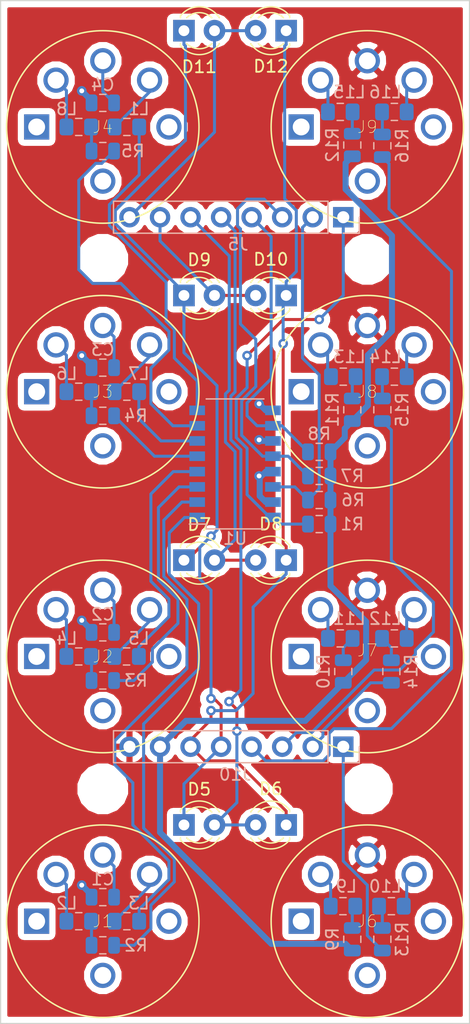
<source format=kicad_pcb>
(kicad_pcb (version 20171130) (host pcbnew 5.0.2+dfsg1-1)
  (layers (0 F.Cu signal) (31 B.Cu signal) (34 B.Paste user) (35 F.Paste user) (36 B.SilkS user) (37 F.SilkS user) (38 B.Mask user) (39 F.Mask user) (44 Edge.Cuts user))
  (net 0 "")
  (net 1 "Net-(C1-Pad1)")
  (net 2 GND)
  (net 3 "Net-(C2-Pad1)")
  (net 4 "Net-(C3-Pad1)")
  (net 5 "Net-(C4-Pad1)")
  (net 6 LEDK1)
  (net 7 LED1)
  (net 8 LEDK2)
  (net 9 LED2)
  (net 10 LED3)
  (net 11 LED4)
  (net 12 "Net-(J1-Pad3)")
  (net 13 "Net-(J1-Pad1)")
  (net 14 "Net-(J1-Pad4)")
  (net 15 "Net-(J2-Pad3)")
  (net 16 "Net-(J2-Pad1)")
  (net 17 "Net-(J2-Pad4)")
  (net 18 "Net-(J3-Pad3)")
  (net 19 "Net-(J3-Pad1)")
  (net 20 "Net-(J3-Pad4)")
  (net 21 "Net-(J4-Pad4)")
  (net 22 "Net-(J4-Pad1)")
  (net 23 "Net-(J4-Pad3)")
  (net 24 MIDI_IN_1)
  (net 25 MIDI_IN_2)
  (net 26 MIDI_IN_3)
  (net 27 MIDI_IN_4)
  (net 28 MIDI_OUT_1)
  (net 29 MIDI_OUT_2)
  (net 30 MIDI_OUT_3)
  (net 31 MIDI_OUT_4)
  (net 32 "Net-(J6-Pad5)")
  (net 33 "Net-(J6-Pad4)")
  (net 34 "Net-(J6-Pad1)")
  (net 35 "Net-(J6-Pad3)")
  (net 36 "Net-(J7-Pad5)")
  (net 37 "Net-(J7-Pad4)")
  (net 38 "Net-(J7-Pad1)")
  (net 39 "Net-(J7-Pad3)")
  (net 40 "Net-(J8-Pad3)")
  (net 41 "Net-(J8-Pad1)")
  (net 42 "Net-(J8-Pad4)")
  (net 43 "Net-(J8-Pad5)")
  (net 44 "Net-(J9-Pad5)")
  (net 45 "Net-(J9-Pad4)")
  (net 46 "Net-(J9-Pad1)")
  (net 47 "Net-(J9-Pad3)")
  (net 48 +3V3)
  (net 49 "Net-(J1-Pad5)")
  (net 50 "Net-(J2-Pad5)")
  (net 51 "Net-(J3-Pad5)")
  (net 52 "Net-(J4-Pad5)")
  (net 53 "Net-(L2-Pad2)")
  (net 54 "Net-(L4-Pad2)")
  (net 55 "Net-(L6-Pad2)")
  (net 56 "Net-(L8-Pad2)")
  (net 57 "Net-(L9-Pad1)")
  (net 58 "Net-(L10-Pad2)")
  (net 59 "Net-(L11-Pad1)")
  (net 60 "Net-(L12-Pad2)")
  (net 61 "Net-(L13-Pad1)")
  (net 62 "Net-(L14-Pad2)")
  (net 63 "Net-(L15-Pad1)")
  (net 64 "Net-(L16-Pad2)")
  (net 65 "Net-(L1-Pad2)")
  (net 66 "Net-(L3-Pad2)")
  (net 67 "Net-(L5-Pad2)")
  (net 68 "Net-(L7-Pad2)")
  (net 69 "Net-(R2-Pad1)")
  (net 70 "Net-(R3-Pad1)")
  (net 71 "Net-(R4-Pad1)")
  (net 72 "Net-(R5-Pad1)")
  (module Capacitor_SMD:C_0805_2012Metric (layer B.Cu) (at 84 75 180)
    (fp_text reference C4 (at 0 1.5 180) (layer B.SilkS) (effects (justify mirror)))
    (fp_text value C)
    (pad 2 smd roundrect (at 0.9375 0 180) (size 0.975 1.4) (layers B.Cu B.Paste B.Mask) (net 2 GND))
    (pad 1 smd roundrect (at -0.9375 0 180) (size 0.975 1.4) (layers B.Cu B.Paste B.Mask) (net 5 "Net-(C4-Pad1)"))
  )
  (module Capacitor_SMD:C_0805_2012Metric (layer B.Cu) (at 84 97 180)
    (fp_text reference C3 (at 0 1.5 180) (layer B.SilkS) (effects (justify mirror)))
    (fp_text value C)
    (pad 2 smd roundrect (at 0.9375 0 180) (size 0.975 1.4) (layers B.Cu B.Paste B.Mask) (net 2 GND))
    (pad 1 smd roundrect (at -0.9375 0 180) (size 0.975 1.4) (layers B.Cu B.Paste B.Mask) (net 4 "Net-(C3-Pad1)"))
  )
  (module Capacitor_SMD:C_0805_2012Metric (layer B.Cu) (at 84 119 180)
    (fp_text reference C2 (at 0 1.5 180) (layer B.SilkS) (effects (justify mirror)))
    (fp_text value C)
    (pad 2 smd roundrect (at 0.9375 0 180) (size 0.975 1.4) (layers B.Cu B.Paste B.Mask) (net 2 GND))
    (pad 1 smd roundrect (at -0.9375 0 180) (size 0.975 1.4) (layers B.Cu B.Paste B.Mask) (net 3 "Net-(C2-Pad1)"))
  )
  (module Capacitor_SMD:C_0805_2012Metric (layer B.Cu) (at 84 141 180)
    (fp_text reference C1 (at 0 1.5 180) (layer B.SilkS) (effects (justify mirror)))
    (fp_text value C)
    (pad 2 smd roundrect (at 0.9375 0 180) (size 0.975 1.4) (layers B.Cu B.Paste B.Mask) (net 2 GND))
    (pad 1 smd roundrect (at -0.9375 0 180) (size 0.975 1.4) (layers B.Cu B.Paste B.Mask) (net 1 "Net-(C1-Pad1)"))
  )
  (module Resistor_SMD:R_0805_2012Metric (layer B.Cu) (at 107.25 78.5625 90)
    (fp_text reference R16 (at 0 1.65 90) (layer B.SilkS) (effects (justify mirror)))
    (fp_text value 10)
    (pad 2 smd roundrect (at 0.9375 0 90) (size 0.975 1.4) (layers B.Cu B.Paste B.Mask) (net 64 "Net-(L16-Pad2)"))
    (pad 1 smd roundrect (at -0.9375 0 90) (size 0.975 1.4) (layers B.Cu B.Paste B.Mask) (net 31 MIDI_OUT_4))
  )
  (module Resistor_SMD:R_0805_2012Metric (layer B.Cu) (at 107.25 100.5 90)
    (fp_text reference R15 (at 0 1.65 90) (layer B.SilkS) (effects (justify mirror)))
    (fp_text value 10)
    (pad 2 smd roundrect (at 0.9375 0 90) (size 0.975 1.4) (layers B.Cu B.Paste B.Mask) (net 62 "Net-(L14-Pad2)"))
    (pad 1 smd roundrect (at -0.9375 0 90) (size 0.975 1.4) (layers B.Cu B.Paste B.Mask) (net 30 MIDI_OUT_3))
  )
  (module Resistor_SMD:R_0805_2012Metric (layer B.Cu) (at 108 122.25 90)
    (fp_text reference R14 (at 0 1.65 90) (layer B.SilkS) (effects (justify mirror)))
    (fp_text value 10)
    (pad 2 smd roundrect (at 0.9375 0 90) (size 0.975 1.4) (layers B.Cu B.Paste B.Mask) (net 60 "Net-(L12-Pad2)"))
    (pad 1 smd roundrect (at -0.9375 0 90) (size 0.975 1.4) (layers B.Cu B.Paste B.Mask) (net 29 MIDI_OUT_2))
  )
  (module Resistor_SMD:R_0805_2012Metric (layer B.Cu) (at 107.25 144.5 90)
    (fp_text reference R13 (at 0 1.65 90) (layer B.SilkS) (effects (justify mirror)))
    (fp_text value 10)
    (pad 2 smd roundrect (at 0.9375 0 90) (size 0.975 1.4) (layers B.Cu B.Paste B.Mask) (net 58 "Net-(L10-Pad2)"))
    (pad 1 smd roundrect (at -0.9375 0 90) (size 0.975 1.4) (layers B.Cu B.Paste B.Mask) (net 28 MIDI_OUT_1))
  )
  (module Resistor_SMD:R_0805_2012Metric (layer B.Cu) (at 104.75 78.5 270)
    (fp_text reference R12 (at 0 1.65 270) (layer B.SilkS) (effects (justify mirror)))
    (fp_text value 33)
    (pad 2 smd roundrect (at 0.9375 0 270) (size 0.975 1.4) (layers B.Cu B.Paste B.Mask) (net 48 +3V3))
    (pad 1 smd roundrect (at -0.9375 0 270) (size 0.975 1.4) (layers B.Cu B.Paste B.Mask) (net 63 "Net-(L15-Pad1)"))
  )
  (module Resistor_SMD:R_0805_2012Metric (layer B.Cu) (at 104.75 100.5 270)
    (fp_text reference R11 (at 0 1.65 270) (layer B.SilkS) (effects (justify mirror)))
    (fp_text value 33)
    (pad 2 smd roundrect (at 0.9375 0 270) (size 0.975 1.4) (layers B.Cu B.Paste B.Mask) (net 48 +3V3))
    (pad 1 smd roundrect (at -0.9375 0 270) (size 0.975 1.4) (layers B.Cu B.Paste B.Mask) (net 61 "Net-(L13-Pad1)"))
  )
  (module Resistor_SMD:R_0805_2012Metric (layer B.Cu) (at 104 122.25 270)
    (fp_text reference R10 (at 0 1.65 270) (layer B.SilkS) (effects (justify mirror)))
    (fp_text value 33)
    (pad 2 smd roundrect (at 0.9375 0 270) (size 0.975 1.4) (layers B.Cu B.Paste B.Mask) (net 48 +3V3))
    (pad 1 smd roundrect (at -0.9375 0 270) (size 0.975 1.4) (layers B.Cu B.Paste B.Mask) (net 59 "Net-(L11-Pad1)"))
  )
  (module Resistor_SMD:R_0805_2012Metric (layer B.Cu) (at 104.75 144.5 270)
    (fp_text reference R9 (at 0 1.65 270) (layer B.SilkS) (effects (justify mirror)))
    (fp_text value 33)
    (pad 2 smd roundrect (at 0.9375 0 270) (size 0.975 1.4) (layers B.Cu B.Paste B.Mask) (net 48 +3V3))
    (pad 1 smd roundrect (at -0.9375 0 270) (size 0.975 1.4) (layers B.Cu B.Paste B.Mask) (net 57 "Net-(L9-Pad1)"))
  )
  (module Resistor_SMD:R_0805_2012Metric (layer B.Cu) (at 102 104)
    (fp_text reference R8 (at 0 -1.5) (layer B.SilkS) (effects (justify mirror)))
    (fp_text value 330)
    (pad 2 smd roundrect (at 0.9375 0) (size 0.975 1.4) (layers B.Cu B.Paste B.Mask) (net 48 +3V3))
    (pad 1 smd roundrect (at -0.9375 0) (size 0.975 1.4) (layers B.Cu B.Paste B.Mask) (net 27 MIDI_IN_4))
  )
  (module Resistor_SMD:R_0805_2012Metric (layer B.Cu) (at 102 106)
    (fp_text reference R7 (at 2.75 0) (layer B.SilkS) (effects (justify mirror)))
    (fp_text value 330)
    (pad 2 smd roundrect (at 0.9375 0) (size 0.975 1.4) (layers B.Cu B.Paste B.Mask) (net 48 +3V3))
    (pad 1 smd roundrect (at -0.9375 0) (size 0.975 1.4) (layers B.Cu B.Paste B.Mask) (net 26 MIDI_IN_3))
  )
  (module Resistor_SMD:R_0805_2012Metric (layer B.Cu) (at 102 108)
    (fp_text reference R6 (at 2.8125 0) (layer B.SilkS) (effects (justify mirror)))
    (fp_text value 330)
    (pad 2 smd roundrect (at 0.9375 0) (size 0.975 1.4) (layers B.Cu B.Paste B.Mask) (net 48 +3V3))
    (pad 1 smd roundrect (at -0.9375 0) (size 0.975 1.4) (layers B.Cu B.Paste B.Mask) (net 25 MIDI_IN_2))
  )
  (module Resistor_SMD:R_0805_2012Metric (layer B.Cu) (at 84 79 180)
    (fp_text reference R5 (at -2.5 0 180) (layer B.SilkS) (effects (justify mirror)))
    (fp_text value 220)
    (pad 2 smd roundrect (at 0.9375 0 180) (size 0.975 1.4) (layers B.Cu B.Paste B.Mask) (net 56 "Net-(L8-Pad2)"))
    (pad 1 smd roundrect (at -0.9375 0 180) (size 0.975 1.4) (layers B.Cu B.Paste B.Mask) (net 72 "Net-(R5-Pad1)"))
  )
  (module Resistor_SMD:R_0805_2012Metric (layer B.Cu) (at 84 101 180)
    (fp_text reference R4 (at -2.75 0 180) (layer B.SilkS) (effects (justify mirror)))
    (fp_text value 220)
    (pad 2 smd roundrect (at 0.9375 0 180) (size 0.975 1.4) (layers B.Cu B.Paste B.Mask) (net 55 "Net-(L6-Pad2)"))
    (pad 1 smd roundrect (at -0.9375 0 180) (size 0.975 1.4) (layers B.Cu B.Paste B.Mask) (net 71 "Net-(R4-Pad1)"))
  )
  (module Resistor_SMD:R_0805_2012Metric (layer B.Cu) (at 84 123 180)
    (fp_text reference R3 (at -2.75 0 180) (layer B.SilkS) (effects (justify mirror)))
    (fp_text value 220)
    (pad 2 smd roundrect (at 0.9375 0 180) (size 0.975 1.4) (layers B.Cu B.Paste B.Mask) (net 54 "Net-(L4-Pad2)"))
    (pad 1 smd roundrect (at -0.9375 0 180) (size 0.975 1.4) (layers B.Cu B.Paste B.Mask) (net 70 "Net-(R3-Pad1)"))
  )
  (module Resistor_SMD:R_0805_2012Metric (layer B.Cu) (at 84 145 180)
    (fp_text reference R2 (at -2.75 0 180) (layer B.SilkS) (effects (justify mirror)))
    (fp_text value 220)
    (pad 2 smd roundrect (at 0.9375 0 180) (size 0.975 1.4) (layers B.Cu B.Paste B.Mask) (net 53 "Net-(L2-Pad2)"))
    (pad 1 smd roundrect (at -0.9375 0 180) (size 0.975 1.4) (layers B.Cu B.Paste B.Mask) (net 69 "Net-(R2-Pad1)"))
  )
  (module Resistor_SMD:R_0805_2012Metric (layer B.Cu) (at 102 110)
    (fp_text reference R1 (at 2.75 0) (layer B.SilkS) (effects (justify mirror)))
    (fp_text value 330)
    (pad 2 smd roundrect (at 0.9375 0) (size 0.975 1.4) (layers B.Cu B.Paste B.Mask) (net 48 +3V3))
    (pad 1 smd roundrect (at -0.9375 0) (size 0.975 1.4) (layers B.Cu B.Paste B.Mask) (net 24 MIDI_IN_1))
  )
  (module MountingHole:MountingHole_3.2mm_M3 (layer F.Cu) (at 84 88 90)
    (fp_text reference REF** hide)
    (fp_text value MountingHole_3.2mm_M3 hide)
    (pad 1 np_thru_hole circle (at 0 0 90) (size 3.2 3.2) (drill 3.2) (layers *.Cu *.Mask))
  )
  (module Connector_PinHeader_2.54mm:PinHeader_1x08_P2.54mm_Vertical (layer B.Cu) (at 104 128.5 90)
    (fp_text reference J10 (at -2.302 -9 180) (layer B.SilkS) (effects (justify mirror)))
    (fp_text value Conn_01x08)
    (pad 8 thru_hole oval (at 0 -17.78 90) (size 1.7 1.7) (drill 1) (layers *.Cu *.Mask) (net 2 GND))
    (pad 7 thru_hole oval (at 0 -15.24 90) (size 1.7 1.7) (drill 1) (layers *.Cu *.Mask) (net 48 +3V3))
    (pad 6 thru_hole oval (at 0 -12.7 90) (size 1.7 1.7) (drill 1) (layers *.Cu *.Mask) (net 8 LEDK2))
    (pad 5 thru_hole oval (at 0 -10.16 90) (size 1.7 1.7) (drill 1) (layers *.Cu *.Mask) (net 6 LEDK1))
    (pad 4 thru_hole oval (at 0 -7.62 90) (size 1.7 1.7) (drill 1) (layers *.Cu *.Mask) (net 31 MIDI_OUT_4))
    (pad 3 thru_hole oval (at 0 -5.08 90) (size 1.7 1.7) (drill 1) (layers *.Cu *.Mask) (net 30 MIDI_OUT_3))
    (pad 2 thru_hole oval (at 0 -2.54 90) (size 1.7 1.7) (drill 1) (layers *.Cu *.Mask) (net 29 MIDI_OUT_2))
    (pad 1 thru_hole rect (at 0 0 90) (size 1.7 1.7) (drill 1) (layers *.Cu *.Mask) (net 28 MIDI_OUT_1))
  )
  (module Connector_PinHeader_2.54mm:PinHeader_1x08_P2.54mm_Vertical (layer B.Cu) (at 104 84.5 90)
    (fp_text reference J5 (at -2.25 -8.75 180) (layer B.SilkS) (effects (justify mirror)))
    (fp_text value Conn_01x08)
    (pad 1 thru_hole rect (at 0 0 90) (size 1.7 1.7) (drill 1) (layers *.Cu *.Mask) (net 24 MIDI_IN_1))
    (pad 2 thru_hole oval (at 0 -2.54 90) (size 1.7 1.7) (drill 1) (layers *.Cu *.Mask) (net 25 MIDI_IN_2))
    (pad 3 thru_hole oval (at 0 -5.08 90) (size 1.7 1.7) (drill 1) (layers *.Cu *.Mask) (net 26 MIDI_IN_3))
    (pad 4 thru_hole oval (at 0 -7.62 90) (size 1.7 1.7) (drill 1) (layers *.Cu *.Mask) (net 27 MIDI_IN_4))
    (pad 5 thru_hole oval (at 0 -10.16 90) (size 1.7 1.7) (drill 1) (layers *.Cu *.Mask) (net 7 LED1))
    (pad 6 thru_hole oval (at 0 -12.7 90) (size 1.7 1.7) (drill 1) (layers *.Cu *.Mask) (net 9 LED2))
    (pad 7 thru_hole oval (at 0 -15.24 90) (size 1.7 1.7) (drill 1) (layers *.Cu *.Mask) (net 10 LED3))
    (pad 8 thru_hole oval (at 0 -17.78 90) (size 1.7 1.7) (drill 1) (layers *.Cu *.Mask) (net 11 LED4))
  )
  (module LED_THT:LED_D3.0mm (layer F.Cu) (at 99.25 69 180)
    (fp_text reference D12 (at 1.27 -2.96 180) (layer F.SilkS))
    (fp_text value LED)
    (pad 2 thru_hole circle (at 2.54 0 180) (size 1.8 1.8) (drill 0.9) (layers *.Cu *.Mask) (net 11 LED4))
    (pad 1 thru_hole rect (at 0 0 180) (size 1.8 1.8) (drill 0.9) (layers *.Cu *.Mask) (net 8 LEDK2))
  )
  (module LED_THT:LED_D3.0mm (layer F.Cu) (at 90.75 69)
    (fp_text reference D11 (at 1.27 3) (layer F.SilkS))
    (fp_text value LED)
    (pad 2 thru_hole circle (at 2.54 0) (size 1.8 1.8) (drill 0.9) (layers *.Cu *.Mask) (net 11 LED4))
    (pad 1 thru_hole rect (at 0 0) (size 1.8 1.8) (drill 0.9) (layers *.Cu *.Mask) (net 6 LEDK1))
  )
  (module LED_THT:LED_D3.0mm (layer F.Cu) (at 99.25 91 180)
    (fp_text reference D10 (at 1.27 3 180) (layer F.SilkS))
    (fp_text value LED)
    (pad 1 thru_hole rect (at 0 0 180) (size 1.8 1.8) (drill 0.9) (layers *.Cu *.Mask) (net 8 LEDK2))
    (pad 2 thru_hole circle (at 2.54 0 180) (size 1.8 1.8) (drill 0.9) (layers *.Cu *.Mask) (net 10 LED3))
  )
  (module LED_THT:LED_D3.0mm (layer F.Cu) (at 90.75 91)
    (fp_text reference D9 (at 1.27 -2.96) (layer F.SilkS))
    (fp_text value LED)
    (pad 1 thru_hole rect (at 0 0) (size 1.8 1.8) (drill 0.9) (layers *.Cu *.Mask) (net 6 LEDK1))
    (pad 2 thru_hole circle (at 2.54 0) (size 1.8 1.8) (drill 0.9) (layers *.Cu *.Mask) (net 10 LED3))
  )
  (module LED_THT:LED_D3.0mm (layer F.Cu) (at 99.25 113 180)
    (fp_text reference D8 (at 1.27 3 180) (layer F.SilkS))
    (fp_text value LED)
    (pad 2 thru_hole circle (at 2.54 0 180) (size 1.8 1.8) (drill 0.9) (layers *.Cu *.Mask) (net 9 LED2))
    (pad 1 thru_hole rect (at 0 0 180) (size 1.8 1.8) (drill 0.9) (layers *.Cu *.Mask) (net 8 LEDK2))
  )
  (module LED_THT:LED_D3.0mm (layer F.Cu) (at 90.75 113)
    (fp_text reference D7 (at 1.27 -2.96) (layer F.SilkS))
    (fp_text value LED)
    (pad 2 thru_hole circle (at 2.54 0) (size 1.8 1.8) (drill 0.9) (layers *.Cu *.Mask) (net 9 LED2))
    (pad 1 thru_hole rect (at 0 0) (size 1.8 1.8) (drill 0.9) (layers *.Cu *.Mask) (net 6 LEDK1))
  )
  (module LED_THT:LED_D3.0mm (layer F.Cu) (at 99.25 135 180)
    (fp_text reference D6 (at 1.27 3 180) (layer F.SilkS))
    (fp_text value LED)
    (pad 1 thru_hole rect (at 0 0 180) (size 1.8 1.8) (drill 0.9) (layers *.Cu *.Mask) (net 8 LEDK2))
    (pad 2 thru_hole circle (at 2.54 0 180) (size 1.8 1.8) (drill 0.9) (layers *.Cu *.Mask) (net 7 LED1))
  )
  (module LED_THT:LED_D3.0mm (layer F.Cu) (at 90.75 135)
    (fp_text reference D5 (at 1.27 -2.96) (layer F.SilkS))
    (fp_text value LED)
    (pad 1 thru_hole rect (at 0 0) (size 1.8 1.8) (drill 0.9) (layers *.Cu *.Mask) (net 6 LEDK1))
    (pad 2 thru_hole circle (at 2.54 0) (size 1.8 1.8) (drill 0.9) (layers *.Cu *.Mask) (net 7 LED1))
  )
  (module Tomarus:CUI_SD-50BV (layer F.Cu) (at 106 77 270)
    (fp_text reference J9 (at 0 0) (layer F.SilkS) (effects (font (size 1.00746 1.00746) (thickness 0.05))))
    (fp_text value MIDI_OUT_4)
    (pad 3 thru_hole circle (at 0 -5.5 270) (size 2.1 2.1) (drill 1.4) (layers *.Cu *.Mask) (net 47 "Net-(J9-Pad3)"))
    (pad 1 thru_hole rect (at 0 5.5 270) (size 2.1 2.1) (drill 1.4) (layers *.Cu *.Mask) (net 46 "Net-(J9-Pad1)"))
    (pad 2 thru_hole circle (at -5.5 0 270) (size 2.1 2.1) (drill 1.4) (layers *.Cu *.Mask) (net 2 GND))
    (pad S thru_hole circle (at 4.5 0 270) (size 2.1 2.1) (drill 1.4) (layers *.Cu *.Mask))
    (pad 4 thru_hole circle (at -3.89 3.89 270) (size 2.1 2.1) (drill 1.4) (layers *.Cu *.Mask) (net 45 "Net-(J9-Pad4)"))
    (pad 5 thru_hole circle (at -3.89 -3.89 270) (size 2.1 2.1) (drill 1.4) (layers *.Cu *.Mask) (net 44 "Net-(J9-Pad5)"))
  )
  (module Tomarus:CUI_SD-50BV (layer F.Cu) (at 106 99 270)
    (fp_text reference J8 (at 0 0) (layer F.SilkS) (effects (font (size 1.00746 1.00746) (thickness 0.05))))
    (fp_text value MIDI_OUT_3)
    (pad 3 thru_hole circle (at 0 -5.5 270) (size 2.1 2.1) (drill 1.4) (layers *.Cu *.Mask) (net 40 "Net-(J8-Pad3)"))
    (pad 1 thru_hole rect (at 0 5.5 270) (size 2.1 2.1) (drill 1.4) (layers *.Cu *.Mask) (net 41 "Net-(J8-Pad1)"))
    (pad 2 thru_hole circle (at -5.5 0 270) (size 2.1 2.1) (drill 1.4) (layers *.Cu *.Mask) (net 2 GND))
    (pad S thru_hole circle (at 4.5 0 270) (size 2.1 2.1) (drill 1.4) (layers *.Cu *.Mask))
    (pad 4 thru_hole circle (at -3.89 3.89 270) (size 2.1 2.1) (drill 1.4) (layers *.Cu *.Mask) (net 42 "Net-(J8-Pad4)"))
    (pad 5 thru_hole circle (at -3.89 -3.89 270) (size 2.1 2.1) (drill 1.4) (layers *.Cu *.Mask) (net 43 "Net-(J8-Pad5)"))
  )
  (module Tomarus:CUI_SD-50BV (layer F.Cu) (at 106 121 270)
    (fp_text reference J7 (at -0.5045 0) (layer F.SilkS) (effects (font (size 1.00746 1.00746) (thickness 0.05))))
    (fp_text value MIDI_OUT_2)
    (pad 3 thru_hole circle (at 0 -5.5 270) (size 2.1 2.1) (drill 1.4) (layers *.Cu *.Mask) (net 39 "Net-(J7-Pad3)"))
    (pad 1 thru_hole rect (at 0 5.5 270) (size 2.1 2.1) (drill 1.4) (layers *.Cu *.Mask) (net 38 "Net-(J7-Pad1)"))
    (pad 2 thru_hole circle (at -5.5 0 270) (size 2.1 2.1) (drill 1.4) (layers *.Cu *.Mask) (net 2 GND))
    (pad S thru_hole circle (at 4.5 0 270) (size 2.1 2.1) (drill 1.4) (layers *.Cu *.Mask))
    (pad 4 thru_hole circle (at -3.89 3.89 270) (size 2.1 2.1) (drill 1.4) (layers *.Cu *.Mask) (net 37 "Net-(J7-Pad4)"))
    (pad 5 thru_hole circle (at -3.89 -3.89 270) (size 2.1 2.1) (drill 1.4) (layers *.Cu *.Mask) (net 36 "Net-(J7-Pad5)"))
  )
  (module Tomarus:CUI_SD-50BV (layer F.Cu) (at 106 143 270)
    (fp_text reference J6 (at 0 0) (layer F.SilkS) (effects (font (size 1.00746 1.00746) (thickness 0.05))))
    (fp_text value MIDI_OUT_1)
    (pad 3 thru_hole circle (at 0 -5.5 270) (size 2.1 2.1) (drill 1.4) (layers *.Cu *.Mask) (net 35 "Net-(J6-Pad3)"))
    (pad 1 thru_hole rect (at 0 5.5 270) (size 2.1 2.1) (drill 1.4) (layers *.Cu *.Mask) (net 34 "Net-(J6-Pad1)"))
    (pad 2 thru_hole circle (at -5.5 0 270) (size 2.1 2.1) (drill 1.4) (layers *.Cu *.Mask) (net 2 GND))
    (pad S thru_hole circle (at 4.5 0 270) (size 2.1 2.1) (drill 1.4) (layers *.Cu *.Mask))
    (pad 4 thru_hole circle (at -3.89 3.89 270) (size 2.1 2.1) (drill 1.4) (layers *.Cu *.Mask) (net 33 "Net-(J6-Pad4)"))
    (pad 5 thru_hole circle (at -3.89 -3.89 270) (size 2.1 2.1) (drill 1.4) (layers *.Cu *.Mask) (net 32 "Net-(J6-Pad5)"))
  )
  (module Tomarus:CUI_SD-50BV (layer F.Cu) (at 84 77 270)
    (fp_text reference J4 (at 0 0) (layer F.SilkS) (effects (font (size 1.00746 1.00746) (thickness 0.05))))
    (fp_text value MIDI_IN_4)
    (pad 3 thru_hole circle (at 0 -5.5 270) (size 2.1 2.1) (drill 1.4) (layers *.Cu *.Mask) (net 23 "Net-(J4-Pad3)"))
    (pad 1 thru_hole rect (at 0 5.5 270) (size 2.1 2.1) (drill 1.4) (layers *.Cu *.Mask) (net 22 "Net-(J4-Pad1)"))
    (pad 2 thru_hole circle (at -5.5 0 270) (size 2.1 2.1) (drill 1.4) (layers *.Cu *.Mask) (net 5 "Net-(C4-Pad1)"))
    (pad S thru_hole circle (at 4.5 0 270) (size 2.1 2.1) (drill 1.4) (layers *.Cu *.Mask))
    (pad 4 thru_hole circle (at -3.89 3.89 270) (size 2.1 2.1) (drill 1.4) (layers *.Cu *.Mask) (net 21 "Net-(J4-Pad4)"))
    (pad 5 thru_hole circle (at -3.89 -3.89 270) (size 2.1 2.1) (drill 1.4) (layers *.Cu *.Mask) (net 52 "Net-(J4-Pad5)"))
  )
  (module Tomarus:CUI_SD-50BV (layer F.Cu) (at 84 99 270)
    (fp_text reference J3 (at 0 0) (layer F.SilkS) (effects (font (size 1.00746 1.00746) (thickness 0.05))))
    (fp_text value MIDI_IN_3)
    (pad 3 thru_hole circle (at 0 -5.5 270) (size 2.1 2.1) (drill 1.4) (layers *.Cu *.Mask) (net 18 "Net-(J3-Pad3)"))
    (pad 1 thru_hole rect (at 0 5.5 270) (size 2.1 2.1) (drill 1.4) (layers *.Cu *.Mask) (net 19 "Net-(J3-Pad1)"))
    (pad 2 thru_hole circle (at -5.5 0 270) (size 2.1 2.1) (drill 1.4) (layers *.Cu *.Mask) (net 4 "Net-(C3-Pad1)"))
    (pad S thru_hole circle (at 4.5 0 270) (size 2.1 2.1) (drill 1.4) (layers *.Cu *.Mask))
    (pad 4 thru_hole circle (at -3.89 3.89 270) (size 2.1 2.1) (drill 1.4) (layers *.Cu *.Mask) (net 20 "Net-(J3-Pad4)"))
    (pad 5 thru_hole circle (at -3.89 -3.89 270) (size 2.1 2.1) (drill 1.4) (layers *.Cu *.Mask) (net 51 "Net-(J3-Pad5)"))
  )
  (module Tomarus:CUI_SD-50BV (layer F.Cu) (at 84 121 270)
    (fp_text reference J2 (at 0 0) (layer F.SilkS) (effects (font (size 1.00746 1.00746) (thickness 0.05))))
    (fp_text value MIDI_IN_2)
    (pad 3 thru_hole circle (at 0 -5.5 270) (size 2.1 2.1) (drill 1.4) (layers *.Cu *.Mask) (net 15 "Net-(J2-Pad3)"))
    (pad 1 thru_hole rect (at 0 5.5 270) (size 2.1 2.1) (drill 1.4) (layers *.Cu *.Mask) (net 16 "Net-(J2-Pad1)"))
    (pad 2 thru_hole circle (at -5.5 0 270) (size 2.1 2.1) (drill 1.4) (layers *.Cu *.Mask) (net 3 "Net-(C2-Pad1)"))
    (pad S thru_hole circle (at 4.5 0 270) (size 2.1 2.1) (drill 1.4) (layers *.Cu *.Mask))
    (pad 4 thru_hole circle (at -3.89 3.89 270) (size 2.1 2.1) (drill 1.4) (layers *.Cu *.Mask) (net 17 "Net-(J2-Pad4)"))
    (pad 5 thru_hole circle (at -3.89 -3.89 270) (size 2.1 2.1) (drill 1.4) (layers *.Cu *.Mask) (net 50 "Net-(J2-Pad5)"))
  )
  (module Tomarus:CUI_SD-50BV (layer F.Cu) (at 84 143 270)
    (fp_text reference J1 (at 0 0) (layer F.SilkS) (effects (font (size 1.00746 1.00746) (thickness 0.05))))
    (fp_text value MIDI_IN_1)
    (pad 3 thru_hole circle (at 0 -5.5 270) (size 2.1 2.1) (drill 1.4) (layers *.Cu *.Mask) (net 12 "Net-(J1-Pad3)"))
    (pad 1 thru_hole rect (at 0 5.5 270) (size 2.1 2.1) (drill 1.4) (layers *.Cu *.Mask) (net 13 "Net-(J1-Pad1)"))
    (pad 2 thru_hole circle (at -5.5 0 270) (size 2.1 2.1) (drill 1.4) (layers *.Cu *.Mask) (net 1 "Net-(C1-Pad1)"))
    (pad S thru_hole circle (at 4.5 0 270) (size 2.1 2.1) (drill 1.4) (layers *.Cu *.Mask))
    (pad 4 thru_hole circle (at -3.89 3.89 270) (size 2.1 2.1) (drill 1.4) (layers *.Cu *.Mask) (net 14 "Net-(J1-Pad4)"))
    (pad 5 thru_hole circle (at -3.89 -3.89 270) (size 2.1 2.1) (drill 1.4) (layers *.Cu *.Mask) (net 49 "Net-(J1-Pad5)"))
  )
  (module MountingHole:MountingHole_3.2mm_M3 (layer F.Cu) (at 106 88 90)
    (fp_text reference REF** hide)
    (fp_text value MountingHole_3.2mm_M3 hide)
    (pad 1 np_thru_hole circle (at 0 0 90) (size 3.2 3.2) (drill 3.2) (layers *.Cu *.Mask))
  )
  (module MountingHole:MountingHole_3.2mm_M3 (layer F.Cu) (at 84 132 90)
    (fp_text reference REF** hide)
    (fp_text value MountingHole_3.2mm_M3 hide)
    (pad 1 np_thru_hole circle (at 0 0 90) (size 3.2 3.2) (drill 3.2) (layers *.Cu *.Mask))
  )
  (module MountingHole:MountingHole_3.2mm_M3 (layer F.Cu) (at 106 132 90)
    (fp_text reference REF** hide)
    (fp_text value MountingHole_3.2mm_M3 hide)
    (pad 1 np_thru_hole circle (at 0 0 90) (size 3.2 3.2) (drill 3.2) (layers *.Cu *.Mask))
  )
  (module Package_SO:SOP-16_4.4x10.4mm_P1.27mm (layer B.Cu) (at 95 105)
    (fp_text reference U1 (at 0 6.2) (layer B.SilkS) (effects (justify mirror)))
    (fp_text value TCMT4600)
    (pad 1 smd rect (at -3.15 4.45) (size 1.3 0.8) (layers B.Cu B.Paste B.Mask) (net 69 "Net-(R2-Pad1)"))
    (pad 2 smd rect (at -3.15 3.17) (size 1.3 0.8) (layers B.Cu B.Paste B.Mask) (net 66 "Net-(L3-Pad2)"))
    (pad 3 smd rect (at -3.15 1.91) (size 1.3 0.8) (layers B.Cu B.Paste B.Mask) (net 70 "Net-(R3-Pad1)"))
    (pad 4 smd rect (at -3.15 0.64) (size 1.3 0.8) (layers B.Cu B.Paste B.Mask) (net 67 "Net-(L5-Pad2)"))
    (pad 5 smd rect (at -3.15 -0.64) (size 1.3 0.8) (layers B.Cu B.Paste B.Mask) (net 71 "Net-(R4-Pad1)"))
    (pad 6 smd rect (at -3.15 -1.91) (size 1.3 0.8) (layers B.Cu B.Paste B.Mask) (net 68 "Net-(L7-Pad2)"))
    (pad 7 smd rect (at -3.15 -3.17) (size 1.3 0.8) (layers B.Cu B.Paste B.Mask) (net 72 "Net-(R5-Pad1)"))
    (pad 8 smd rect (at -3.15 -4.45) (size 1.3 0.8) (layers B.Cu B.Paste B.Mask) (net 65 "Net-(L1-Pad2)"))
    (pad 9 smd rect (at 3.15 -4.45) (size 1.3 0.8) (layers B.Cu B.Paste B.Mask) (net 2 GND))
    (pad 10 smd rect (at 3.15 -3.17) (size 1.3 0.8) (layers B.Cu B.Paste B.Mask) (net 27 MIDI_IN_4))
    (pad 11 smd rect (at 3.15 -1.91) (size 1.3 0.8) (layers B.Cu B.Paste B.Mask) (net 2 GND))
    (pad 12 smd rect (at 3.15 -0.64) (size 1.3 0.8) (layers B.Cu B.Paste B.Mask) (net 26 MIDI_IN_3))
    (pad 13 smd rect (at 3.15 0.64) (size 1.3 0.8) (layers B.Cu B.Paste B.Mask) (net 2 GND))
    (pad 14 smd rect (at 3.15 1.91) (size 1.3 0.8) (layers B.Cu B.Paste B.Mask) (net 25 MIDI_IN_2))
    (pad 15 smd rect (at 3.15 3.17) (size 1.3 0.8) (layers B.Cu B.Paste B.Mask) (net 2 GND))
    (pad 16 smd rect (at 3.15 4.45) (size 1.3 0.8) (layers B.Cu B.Paste B.Mask) (net 24 MIDI_IN_1))
  )
  (module Inductor_SMD:L_0805_2012Metric_Pad1.15x1.40mm_HandSolder (layer B.Cu) (at 86 77)
    (fp_text reference L1 (at 1 -1.5) (layer B.SilkS) (effects (justify mirror)))
    (fp_text value 1k@100mhz)
    (pad 2 smd roundrect (at 1.025 0) (size 1.15 1.4) (layers B.Cu B.Paste B.Mask) (roundrect_rratio 0.217391) (net 65 "Net-(L1-Pad2)"))
    (pad 1 smd roundrect (at -1.025 0) (size 1.15 1.4) (layers B.Cu B.Paste B.Mask) (roundrect_rratio 0.217391) (net 52 "Net-(J4-Pad5)"))
  )
  (module Inductor_SMD:L_0805_2012Metric_Pad1.15x1.40mm_HandSolder (layer B.Cu) (at 82 77)
    (fp_text reference L8 (at -1 -1.5) (layer B.SilkS) (effects (justify mirror)))
    (fp_text value 1k@100mhz)
    (pad 1 smd roundrect (at -1.025 0) (size 1.15 1.4) (layers B.Cu B.Paste B.Mask) (roundrect_rratio 0.217391) (net 21 "Net-(J4-Pad4)"))
    (pad 2 smd roundrect (at 1.025 0) (size 1.15 1.4) (layers B.Cu B.Paste B.Mask) (roundrect_rratio 0.217391) (net 56 "Net-(L8-Pad2)"))
  )
  (module Inductor_SMD:L_0805_2012Metric_Pad1.15x1.40mm_HandSolder (layer B.Cu) (at 82 99)
    (fp_text reference L6 (at -1 -1.5) (layer B.SilkS) (effects (justify mirror)))
    (fp_text value 1k@100mhz)
    (pad 2 smd roundrect (at 1.025 0) (size 1.15 1.4) (layers B.Cu B.Paste B.Mask) (roundrect_rratio 0.217391) (net 55 "Net-(L6-Pad2)"))
    (pad 1 smd roundrect (at -1.025 0) (size 1.15 1.4) (layers B.Cu B.Paste B.Mask) (roundrect_rratio 0.217391) (net 20 "Net-(J3-Pad4)"))
  )
  (module Inductor_SMD:L_0805_2012Metric_Pad1.15x1.40mm_HandSolder (layer B.Cu) (at 86 99)
    (fp_text reference L7 (at 1 -1.5) (layer B.SilkS) (effects (justify mirror)))
    (fp_text value 1k@100mhz)
    (pad 1 smd roundrect (at -1.025 0) (size 1.15 1.4) (layers B.Cu B.Paste B.Mask) (roundrect_rratio 0.217391) (net 51 "Net-(J3-Pad5)"))
    (pad 2 smd roundrect (at 1.025 0) (size 1.15 1.4) (layers B.Cu B.Paste B.Mask) (roundrect_rratio 0.217391) (net 68 "Net-(L7-Pad2)"))
  )
  (module Inductor_SMD:L_0805_2012Metric_Pad1.15x1.40mm_HandSolder (layer B.Cu) (at 82 121)
    (fp_text reference L4 (at -1 -1.5) (layer B.SilkS) (effects (justify mirror)))
    (fp_text value 1k@100mhz)
    (pad 1 smd roundrect (at -1.025 0) (size 1.15 1.4) (layers B.Cu B.Paste B.Mask) (roundrect_rratio 0.217391) (net 17 "Net-(J2-Pad4)"))
    (pad 2 smd roundrect (at 1.025 0) (size 1.15 1.4) (layers B.Cu B.Paste B.Mask) (roundrect_rratio 0.217391) (net 54 "Net-(L4-Pad2)"))
  )
  (module Inductor_SMD:L_0805_2012Metric_Pad1.15x1.40mm_HandSolder (layer B.Cu) (at 85.975 121)
    (fp_text reference L5 (at 1.025 -1.5) (layer B.SilkS) (effects (justify mirror)))
    (fp_text value 1k@100mhz)
    (pad 2 smd roundrect (at 1.025 0) (size 1.15 1.4) (layers B.Cu B.Paste B.Mask) (roundrect_rratio 0.217391) (net 67 "Net-(L5-Pad2)"))
    (pad 1 smd roundrect (at -1.025 0) (size 1.15 1.4) (layers B.Cu B.Paste B.Mask) (roundrect_rratio 0.217391) (net 50 "Net-(J2-Pad5)"))
  )
  (module Inductor_SMD:L_0805_2012Metric_Pad1.15x1.40mm_HandSolder (layer B.Cu) (at 82 143)
    (fp_text reference L2 (at -1 -1.5) (layer B.SilkS) (effects (justify mirror)))
    (fp_text value 1k@100mhz)
    (pad 2 smd roundrect (at 1.025 0) (size 1.15 1.4) (layers B.Cu B.Paste B.Mask) (roundrect_rratio 0.217391) (net 53 "Net-(L2-Pad2)"))
    (pad 1 smd roundrect (at -1.025 0) (size 1.15 1.4) (layers B.Cu B.Paste B.Mask) (roundrect_rratio 0.217391) (net 14 "Net-(J1-Pad4)"))
  )
  (module Inductor_SMD:L_0805_2012Metric_Pad1.15x1.40mm_HandSolder (layer B.Cu) (at 86 143)
    (fp_text reference L3 (at 1 -1.5) (layer B.SilkS) (effects (justify mirror)))
    (fp_text value 1k@100mhz)
    (pad 1 smd roundrect (at -1.025 0) (size 1.15 1.4) (layers B.Cu B.Paste B.Mask) (roundrect_rratio 0.217391) (net 49 "Net-(J1-Pad5)"))
    (pad 2 smd roundrect (at 1.025 0) (size 1.15 1.4) (layers B.Cu B.Paste B.Mask) (roundrect_rratio 0.217391) (net 66 "Net-(L3-Pad2)"))
  )
  (module Inductor_SMD:L_0805_2012Metric_Pad1.15x1.40mm_HandSolder (layer B.Cu) (at 103.75 75.75 180)
    (fp_text reference L15 (at -0.75 1.65 180) (layer B.SilkS) (effects (justify mirror)))
    (fp_text value 1k@100mhz)
    (pad 1 smd roundrect (at -1.025 0 180) (size 1.15 1.4) (layers B.Cu B.Paste B.Mask) (roundrect_rratio 0.217391) (net 63 "Net-(L15-Pad1)"))
    (pad 2 smd roundrect (at 1.025 0 180) (size 1.15 1.4) (layers B.Cu B.Paste B.Mask) (roundrect_rratio 0.217391) (net 45 "Net-(J9-Pad4)"))
  )
  (module Inductor_SMD:L_0805_2012Metric_Pad1.15x1.40mm_HandSolder (layer B.Cu) (at 108.25 75.75 180)
    (fp_text reference L16 (at 0.75 1.65 180) (layer B.SilkS) (effects (justify mirror)))
    (fp_text value 1k@100mhz)
    (pad 2 smd roundrect (at 1.025 0 180) (size 1.15 1.4) (layers B.Cu B.Paste B.Mask) (roundrect_rratio 0.217391) (net 64 "Net-(L16-Pad2)"))
    (pad 1 smd roundrect (at -1.025 0 180) (size 1.15 1.4) (layers B.Cu B.Paste B.Mask) (roundrect_rratio 0.217391) (net 44 "Net-(J9-Pad5)"))
  )
  (module Inductor_SMD:L_0805_2012Metric_Pad1.15x1.40mm_HandSolder (layer B.Cu) (at 104 97.75 180)
    (fp_text reference L13 (at -0.5 1.65 180) (layer B.SilkS) (effects (justify mirror)))
    (fp_text value 1k@100mhz)
    (pad 1 smd roundrect (at -1.025 0 180) (size 1.15 1.4) (layers B.Cu B.Paste B.Mask) (roundrect_rratio 0.217391) (net 61 "Net-(L13-Pad1)"))
    (pad 2 smd roundrect (at 1.025 0 180) (size 1.15 1.4) (layers B.Cu B.Paste B.Mask) (roundrect_rratio 0.217391) (net 42 "Net-(J8-Pad4)"))
  )
  (module Inductor_SMD:L_0805_2012Metric_Pad1.15x1.40mm_HandSolder (layer B.Cu) (at 108.25 97.75 180)
    (fp_text reference L14 (at 0.75 1.65 180) (layer B.SilkS) (effects (justify mirror)))
    (fp_text value 1k@100mhz)
    (pad 2 smd roundrect (at 1.025 0 180) (size 1.15 1.4) (layers B.Cu B.Paste B.Mask) (roundrect_rratio 0.217391) (net 62 "Net-(L14-Pad2)"))
    (pad 1 smd roundrect (at -1.025 0 180) (size 1.15 1.4) (layers B.Cu B.Paste B.Mask) (roundrect_rratio 0.217391) (net 43 "Net-(J8-Pad5)"))
  )
  (module Inductor_SMD:L_0805_2012Metric_Pad1.15x1.40mm_HandSolder (layer B.Cu) (at 103.75 119.5 180)
    (fp_text reference L11 (at -0.75 1.65 180) (layer B.SilkS) (effects (justify mirror)))
    (fp_text value 1k@100mhz)
    (pad 1 smd roundrect (at -1.025 0 180) (size 1.15 1.4) (layers B.Cu B.Paste B.Mask) (roundrect_rratio 0.217391) (net 59 "Net-(L11-Pad1)"))
    (pad 2 smd roundrect (at 1.025 0 180) (size 1.15 1.4) (layers B.Cu B.Paste B.Mask) (roundrect_rratio 0.217391) (net 37 "Net-(J7-Pad4)"))
  )
  (module Inductor_SMD:L_0805_2012Metric_Pad1.15x1.40mm_HandSolder (layer B.Cu) (at 108.25 119.5 180)
    (fp_text reference L12 (at 0.75 1.65 180) (layer B.SilkS) (effects (justify mirror)))
    (fp_text value 1k@100mhz)
    (pad 2 smd roundrect (at 1.025 0 180) (size 1.15 1.4) (layers B.Cu B.Paste B.Mask) (roundrect_rratio 0.217391) (net 60 "Net-(L12-Pad2)"))
    (pad 1 smd roundrect (at -1.025 0 180) (size 1.15 1.4) (layers B.Cu B.Paste B.Mask) (roundrect_rratio 0.217391) (net 36 "Net-(J7-Pad5)"))
  )
  (module Inductor_SMD:L_0805_2012Metric_Pad1.15x1.40mm_HandSolder (layer B.Cu) (at 103.975 141.75 180)
    (fp_text reference L9 (at -0.275 1.65 180) (layer B.SilkS) (effects (justify mirror)))
    (fp_text value 1k@100mhz)
    (pad 1 smd roundrect (at -1.025 0 180) (size 1.15 1.4) (layers B.Cu B.Paste B.Mask) (roundrect_rratio 0.217391) (net 57 "Net-(L9-Pad1)"))
    (pad 2 smd roundrect (at 1.025 0 180) (size 1.15 1.4) (layers B.Cu B.Paste B.Mask) (roundrect_rratio 0.217391) (net 33 "Net-(J6-Pad4)"))
  )
  (module Inductor_SMD:L_0805_2012Metric_Pad1.15x1.40mm_HandSolder (layer B.Cu) (at 108 141.75 180)
    (fp_text reference L10 (at 0.5 1.65 180) (layer B.SilkS) (effects (justify mirror)))
    (fp_text value 1k@100mhz)
    (pad 2 smd roundrect (at 1.025 0 180) (size 1.15 1.4) (layers B.Cu B.Paste B.Mask) (roundrect_rratio 0.217391) (net 58 "Net-(L10-Pad2)"))
    (pad 1 smd roundrect (at -1.025 0 180) (size 1.15 1.4) (layers B.Cu B.Paste B.Mask) (roundrect_rratio 0.217391) (net 32 "Net-(J6-Pad5)"))
  )
  (gr_line (start 75.5 151.5) (end 76 151.5) (layer Edge.Cuts) (width 0.1))
  (gr_line (start 76 66.5) (end 75.5 66.5) (layer Edge.Cuts) (width 0.1))
  (gr_line (start 76 151.5) (end 76 151.5) (layer Edge.Cuts) (width 0.1))
  (gr_line (start 76 66.5) (end 76 66.5) (layer Edge.Cuts) (width 0.1))
  (gr_line (start 113 151.5) (end 114.5 151.5) (layer Edge.Cuts) (width 0.1))
  (gr_line (start 113 66.5) (end 114.5 66.5) (layer Edge.Cuts) (width 0.1))
  (gr_line (start 76 151.5) (end 113 151.5) (layer Edge.Cuts) (width 0.1))
  (gr_line (start 75.5 66.5) (end 75.5 151.5) (layer Edge.Cuts) (width 0.1))
  (gr_line (start 113 66.5) (end 76 66.5) (layer Edge.Cuts) (width 0.1))
  (gr_line (start 114.5 151.5) (end 114.5 66.5) (layer Edge.Cuts) (width 0.1))
  (segment (start 84.1875 137.6875) (end 84 137.5) (width 0.25) (layer B.Cu) (net 1))
  (segment (start 84.9375 138.4375) (end 84 137.5) (width 0.25) (layer B.Cu) (net 1))
  (segment (start 84.9375 141) (end 84.9375 138.4375) (width 0.25) (layer B.Cu) (net 1))
  (segment (start 97.55 100.55) (end 97 100) (width 0.5) (layer B.Cu) (net 2))
  (segment (start 98.15 100.55) (end 97.55 100.55) (width 0.5) (layer B.Cu) (net 2))
  (via (at 97 100) (size 0.8) (drill 0.4) (layers F.Cu B.Cu) (net 2))
  (via (at 97 103) (size 0.8) (drill 0.4) (layers F.Cu B.Cu) (net 2))
  (segment (start 98.15 103.09) (end 97.09 103.09) (width 0.5) (layer B.Cu) (net 2))
  (segment (start 97.09 103.09) (end 97 103) (width 0.5) (layer B.Cu) (net 2))
  (segment (start 97.049999 106.149999) (end 97.559998 105.64) (width 0.5) (layer B.Cu) (net 2))
  (segment (start 97.559998 105.64) (end 98.15 105.64) (width 0.5) (layer B.Cu) (net 2))
  (segment (start 97.049999 107.670001) (end 97.049999 106.149999) (width 0.5) (layer B.Cu) (net 2))
  (segment (start 97.549998 108.17) (end 97.049999 107.670001) (width 0.5) (layer B.Cu) (net 2))
  (segment (start 98.15 108.17) (end 97.549998 108.17) (width 0.5) (layer B.Cu) (net 2))
  (via (at 97 106) (size 0.8) (drill 0.4) (layers F.Cu B.Cu) (net 2))
  (segment (start 97.049999 106.149999) (end 97.049999 106.049999) (width 0.5) (layer B.Cu) (net 2))
  (segment (start 97.049999 106.049999) (end 97 106) (width 0.5) (layer B.Cu) (net 2))
  (via (at 82.25 74) (size 0.8) (drill 0.4) (layers F.Cu B.Cu) (net 2))
  (segment (start 83.0625 75) (end 83.0625 74.8125) (width 0.5) (layer B.Cu) (net 2))
  (segment (start 83.0625 74.8125) (end 82.25 74) (width 0.5) (layer B.Cu) (net 2))
  (via (at 82.25 96) (size 0.8) (drill 0.4) (layers F.Cu B.Cu) (net 2))
  (segment (start 83.0625 97) (end 83.0625 96.8125) (width 0.5) (layer B.Cu) (net 2))
  (segment (start 83.0625 96.8125) (end 82.25 96) (width 0.5) (layer B.Cu) (net 2))
  (via (at 82.25 118) (size 0.8) (drill 0.4) (layers F.Cu B.Cu) (net 2))
  (segment (start 83.0625 119) (end 83.0625 118.8125) (width 0.5) (layer B.Cu) (net 2))
  (segment (start 83.0625 118.8125) (end 82.25 118) (width 0.5) (layer B.Cu) (net 2))
  (via (at 82.25 140) (size 0.8) (drill 0.4) (layers F.Cu B.Cu) (net 2))
  (segment (start 83.0625 141) (end 83.0625 140.8125) (width 0.5) (layer B.Cu) (net 2))
  (segment (start 83.0625 140.8125) (end 82.25 140) (width 0.5) (layer B.Cu) (net 2))
  (segment (start 84.1875 115.6875) (end 84 115.5) (width 0.25) (layer B.Cu) (net 3))
  (segment (start 84.9375 116.4375) (end 84 115.5) (width 0.25) (layer B.Cu) (net 3))
  (segment (start 84.9375 119) (end 84.9375 116.4375) (width 0.25) (layer B.Cu) (net 3))
  (segment (start 84.1875 93.6875) (end 84 93.5) (width 0.25) (layer B.Cu) (net 4))
  (segment (start 84.9375 94.4375) (end 84 93.5) (width 0.25) (layer B.Cu) (net 4))
  (segment (start 84.9375 97) (end 84.9375 94.4375) (width 0.25) (layer B.Cu) (net 4))
  (segment (start 84.1875 71.6875) (end 84 71.5) (width 0.25) (layer B.Cu) (net 5))
  (segment (start 84 74.0625) (end 84 71.5) (width 0.25) (layer B.Cu) (net 5))
  (segment (start 84.9375 75) (end 84 74.0625) (width 0.25) (layer B.Cu) (net 5))
  (segment (start 90.875001 70.275001) (end 90.875001 78.124999) (width 0.25) (layer B.Cu) (net 6))
  (segment (start 90.75 69) (end 90.75 70.15) (width 0.25) (layer B.Cu) (net 6))
  (segment (start 90.75 70.15) (end 90.875001 70.275001) (width 0.25) (layer B.Cu) (net 6))
  (segment (start 90.855999 78.124999) (end 85.044999 83.935999) (width 0.25) (layer B.Cu) (net 6))
  (segment (start 85.044999 83.935999) (end 85.044999 85.044999) (width 0.25) (layer B.Cu) (net 6))
  (segment (start 90.875001 78.124999) (end 90.855999 78.124999) (width 0.25) (layer B.Cu) (net 6))
  (segment (start 90.75 90.75) (end 90.75 91) (width 0.25) (layer B.Cu) (net 6))
  (segment (start 85.044999 85.044999) (end 90.75 90.75) (width 0.25) (layer B.Cu) (net 6))
  (via (at 93 111) (size 0.8) (drill 0.4) (layers F.Cu B.Cu) (net 6))
  (segment (start 91 113) (end 90.75 113) (width 0.25) (layer F.Cu) (net 6))
  (segment (start 93 111) (end 91 113) (width 0.25) (layer F.Cu) (net 6))
  (segment (start 90.75 131.59) (end 90.75 135) (width 0.25) (layer B.Cu) (net 6))
  (segment (start 93.84 128.5) (end 90.75 131.59) (width 0.25) (layer B.Cu) (net 6))
  (segment (start 93.5 98.5) (end 93.5 110.5) (width 0.25) (layer B.Cu) (net 6))
  (segment (start 90.75 91) (end 90.75 95.75) (width 0.25) (layer B.Cu) (net 6))
  (segment (start 93.5 110.5) (end 93 111) (width 0.25) (layer B.Cu) (net 6))
  (segment (start 90.75 95.75) (end 93.5 98.5) (width 0.25) (layer B.Cu) (net 6))
  (segment (start 92.064999 111.935003) (end 92.064999 114.564999) (width 0.25) (layer B.Cu) (net 6))
  (segment (start 93 115.5) (end 93 123.934315) (width 0.25) (layer B.Cu) (net 6))
  (segment (start 93 111) (end 92.064999 111.935003) (width 0.25) (layer B.Cu) (net 6))
  (segment (start 92.064999 114.564999) (end 93 115.5) (width 0.25) (layer B.Cu) (net 6))
  (via (at 93 124.5) (size 0.8) (drill 0.4) (layers F.Cu B.Cu) (net 6))
  (segment (start 93 123.934315) (end 93 124.5) (width 0.25) (layer B.Cu) (net 6))
  (segment (start 93.25 124.5) (end 93 124.5) (width 0.25) (layer F.Cu) (net 6))
  (segment (start 93.84 128.5) (end 93.84 125.09) (width 0.25) (layer F.Cu) (net 6))
  (segment (start 93.84 125.09) (end 93.25 124.5) (width 0.25) (layer F.Cu) (net 6))
  (segment (start 93.29 135) (end 96.71 135) (width 0.25) (layer B.Cu) (net 7))
  (segment (start 93.29 135) (end 95.15271 133.13729) (width 0.25) (layer B.Cu) (net 7))
  (segment (start 95.15271 127.765697) (end 95.15271 127.200012) (width 0.25) (layer B.Cu) (net 7))
  (segment (start 95.15271 133.13729) (end 95.15271 127.765697) (width 0.25) (layer B.Cu) (net 7))
  (via (at 95.15271 127.200012) (size 0.8) (drill 0.4) (layers F.Cu B.Cu) (net 7))
  (via (at 94.5 124.75) (size 0.8) (drill 0.4) (layers F.Cu B.Cu) (net 7))
  (segment (start 93.84 84.5) (end 95 85.66) (width 0.25) (layer B.Cu) (net 7))
  (segment (start 95 85.66) (end 95 99.017763) (width 0.25) (layer B.Cu) (net 7))
  (segment (start 95 99.017763) (end 94.64997 99.367793) (width 0.25) (layer B.Cu) (net 7))
  (segment (start 94.64997 99.367793) (end 94.64997 102.995796) (width 0.25) (layer B.Cu) (net 7))
  (segment (start 94.899999 124.350001) (end 94.5 124.75) (width 0.25) (layer B.Cu) (net 7))
  (segment (start 95.15271 125.40271) (end 94.899999 125.149999) (width 0.25) (layer F.Cu) (net 7))
  (segment (start 95.484999 123.765001) (end 94.899999 124.350001) (width 0.25) (layer B.Cu) (net 7))
  (segment (start 95.484999 103.830825) (end 95.484999 123.765001) (width 0.25) (layer B.Cu) (net 7))
  (segment (start 94.64997 102.995796) (end 95.484999 103.830825) (width 0.25) (layer B.Cu) (net 7))
  (segment (start 94.899999 125.149999) (end 94.5 124.75) (width 0.25) (layer F.Cu) (net 7))
  (segment (start 95.15271 127.200012) (end 95.15271 125.40271) (width 0.25) (layer F.Cu) (net 7))
  (segment (start 99.25 89.85) (end 99.25 91) (width 0.25) (layer B.Cu) (net 8))
  (segment (start 100.095001 89.004999) (end 99.25 89.85) (width 0.25) (layer B.Cu) (net 8))
  (segment (start 100.095001 83.935999) (end 100.095001 89.004999) (width 0.25) (layer B.Cu) (net 8))
  (segment (start 99.124999 82.965997) (end 100.095001 83.935999) (width 0.25) (layer B.Cu) (net 8))
  (segment (start 99.124999 70.275001) (end 99.124999 82.965997) (width 0.25) (layer B.Cu) (net 8))
  (segment (start 99.25 70.15) (end 99.124999 70.275001) (width 0.25) (layer B.Cu) (net 8))
  (segment (start 99.25 69) (end 99.25 70.15) (width 0.25) (layer B.Cu) (net 8))
  (via (at 99 95) (size 0.8) (drill 0.4) (layers F.Cu B.Cu) (net 8))
  (segment (start 99 111.6) (end 99 95) (width 0.25) (layer F.Cu) (net 8))
  (segment (start 99.25 113) (end 99.25 111.85) (width 0.25) (layer F.Cu) (net 8))
  (segment (start 99.25 111.85) (end 99 111.6) (width 0.25) (layer F.Cu) (net 8))
  (segment (start 99 91.25) (end 99.25 91) (width 0.25) (layer B.Cu) (net 8))
  (segment (start 99 95) (end 99 91.25) (width 0.25) (layer B.Cu) (net 8))
  (segment (start 95.075001 129.675001) (end 99.25 133.85) (width 0.25) (layer F.Cu) (net 8))
  (segment (start 99.25 133.85) (end 99.25 135) (width 0.25) (layer F.Cu) (net 8))
  (segment (start 92.475001 129.675001) (end 95.075001 129.675001) (width 0.25) (layer F.Cu) (net 8))
  (segment (start 91.3 128.5) (end 92.475001 129.675001) (width 0.25) (layer F.Cu) (net 8))
  (segment (start 94.404001 129.675001) (end 92.475001 129.675001) (width 0.25) (layer F.Cu) (net 8))
  (via (at 93 125.5) (size 0.8) (drill 0.4) (layers F.Cu B.Cu) (net 8))
  (segment (start 93 126.25) (end 93 125.5) (width 0.25) (layer F.Cu) (net 8))
  (segment (start 91.3 128.5) (end 91.3 127.95) (width 0.25) (layer F.Cu) (net 8))
  (segment (start 91.3 127.95) (end 93 126.25) (width 0.25) (layer F.Cu) (net 8))
  (segment (start 95.073004 125.5) (end 93.565685 125.5) (width 0.25) (layer B.Cu) (net 8))
  (segment (start 96.5 124.073004) (end 95.073004 125.5) (width 0.25) (layer B.Cu) (net 8))
  (segment (start 99.25 114.15) (end 96.5 116.9) (width 0.25) (layer B.Cu) (net 8))
  (segment (start 99.25 113) (end 99.25 114.15) (width 0.25) (layer B.Cu) (net 8))
  (segment (start 96.5 116.9) (end 96.5 124.073004) (width 0.25) (layer B.Cu) (net 8))
  (segment (start 93.565685 125.5) (end 93 125.5) (width 0.25) (layer B.Cu) (net 8))
  (segment (start 93.29 113) (end 96.71 113) (width 0.25) (layer F.Cu) (net 9))
  (segment (start 91.3 84.5) (end 94.515001 87.715001) (width 0.25) (layer B.Cu) (net 9))
  (segment (start 94.199959 99.181393) (end 94.199959 103.182196) (width 0.25) (layer B.Cu) (net 9))
  (segment (start 94.189999 112.100001) (end 93.29 113) (width 0.25) (layer B.Cu) (net 9))
  (segment (start 95 111.29) (end 94.189999 112.100001) (width 0.25) (layer B.Cu) (net 9))
  (segment (start 95 103.982237) (end 95 111.29) (width 0.25) (layer B.Cu) (net 9))
  (segment (start 94.515001 98.866351) (end 94.199959 99.181393) (width 0.25) (layer B.Cu) (net 9))
  (segment (start 94.199959 103.182196) (end 95 103.982237) (width 0.25) (layer B.Cu) (net 9))
  (segment (start 94.515001 87.715001) (end 94.515001 98.866351) (width 0.25) (layer B.Cu) (net 9))
  (segment (start 96.71 91) (end 93.29 91) (width 0.25) (layer F.Cu) (net 10))
  (segment (start 88.76 86.47) (end 93.29 91) (width 0.25) (layer B.Cu) (net 10))
  (segment (start 88.76 84.5) (end 88.76 86.47) (width 0.25) (layer B.Cu) (net 10))
  (segment (start 96.71 69) (end 93.29 69) (width 0.25) (layer B.Cu) (net 11))
  (segment (start 93.29 77.43) (end 86.22 84.5) (width 0.25) (layer B.Cu) (net 11))
  (segment (start 93.29 69) (end 93.29 77.43) (width 0.25) (layer B.Cu) (net 11))
  (segment (start 80.75 139.75) (end 80.11 139.11) (width 0.25) (layer B.Cu) (net 14))
  (segment (start 80.975 139.975) (end 80.11 139.11) (width 0.25) (layer B.Cu) (net 14))
  (segment (start 80.975 143) (end 80.975 139.975) (width 0.25) (layer B.Cu) (net 14))
  (segment (start 80.75 117.75) (end 80.11 117.11) (width 0.25) (layer B.Cu) (net 17))
  (segment (start 80.975 117.975) (end 80.11 117.11) (width 0.25) (layer B.Cu) (net 17))
  (segment (start 80.975 121) (end 80.975 117.975) (width 0.25) (layer B.Cu) (net 17))
  (segment (start 80.75 95.75) (end 80.11 95.11) (width 0.25) (layer B.Cu) (net 20))
  (segment (start 80.975 95.975) (end 80.11 95.11) (width 0.25) (layer B.Cu) (net 20))
  (segment (start 80.975 99) (end 80.975 95.975) (width 0.25) (layer B.Cu) (net 20))
  (segment (start 80.5 73.5) (end 80.11 73.11) (width 0.25) (layer B.Cu) (net 21))
  (segment (start 80.975 73.975) (end 80.11 73.11) (width 0.25) (layer B.Cu) (net 21))
  (segment (start 80.975 77) (end 80.975 73.975) (width 0.25) (layer B.Cu) (net 21))
  (segment (start 98.7 110) (end 98.15 109.45) (width 0.25) (layer B.Cu) (net 24))
  (segment (start 101.0625 110) (end 98.7 110) (width 0.25) (layer B.Cu) (net 24))
  (via (at 102 93) (size 0.8) (drill 0.4) (layers F.Cu B.Cu) (net 24))
  (segment (start 104 91) (end 104 84.5) (width 0.25) (layer B.Cu) (net 24))
  (segment (start 102 93) (end 104 91) (width 0.25) (layer B.Cu) (net 24))
  (segment (start 102 93) (end 99 93) (width 0.25) (layer F.Cu) (net 24))
  (segment (start 96.399999 95.600001) (end 96 96) (width 0.25) (layer F.Cu) (net 24))
  (segment (start 99 93) (end 96.399999 95.600001) (width 0.25) (layer F.Cu) (net 24))
  (via (at 96 96) (size 0.8) (drill 0.4) (layers F.Cu B.Cu) (net 24))
  (segment (start 96 103.709415) (end 95.099981 102.809396) (width 0.25) (layer B.Cu) (net 24))
  (segment (start 95.099981 102.809396) (end 95.099981 99.554194) (width 0.25) (layer B.Cu) (net 24))
  (segment (start 96 98.654175) (end 96 96.565685) (width 0.25) (layer B.Cu) (net 24))
  (segment (start 97.9 109.45) (end 96 107.55) (width 0.25) (layer B.Cu) (net 24))
  (segment (start 96 96.565685) (end 96 96) (width 0.25) (layer B.Cu) (net 24))
  (segment (start 96 107.55) (end 96 103.709415) (width 0.25) (layer B.Cu) (net 24))
  (segment (start 98.15 109.45) (end 97.9 109.45) (width 0.25) (layer B.Cu) (net 24))
  (segment (start 95.099981 99.554194) (end 96 98.654175) (width 0.25) (layer B.Cu) (net 24))
  (segment (start 99.9725 106.91) (end 98.15 106.91) (width 0.25) (layer B.Cu) (net 25))
  (segment (start 101.0625 108) (end 99.9725 106.91) (width 0.25) (layer B.Cu) (net 25))
  (segment (start 101.46 84.5) (end 100.610001 85.349999) (width 0.25) (layer B.Cu) (net 25))
  (segment (start 100.610001 85.349999) (end 100.610001 96.204997) (width 0.25) (layer B.Cu) (net 25))
  (segment (start 102 107.0625) (end 101.0625 108) (width 0.25) (layer B.Cu) (net 25))
  (segment (start 100.610001 96.204997) (end 102 97.594996) (width 0.25) (layer B.Cu) (net 25))
  (segment (start 102 97.594996) (end 102 107.0625) (width 0.25) (layer B.Cu) (net 25))
  (segment (start 99.4225 104.36) (end 98.15 104.36) (width 0.25) (layer B.Cu) (net 26))
  (segment (start 101.0625 106) (end 99.4225 104.36) (width 0.25) (layer B.Cu) (net 26))
  (segment (start 96.725002 94.651998) (end 96.725002 98.565583) (width 0.25) (layer B.Cu) (net 26))
  (segment (start 97.42 83) (end 96 83) (width 0.25) (layer B.Cu) (net 26))
  (segment (start 98.92 84.5) (end 97.42 83) (width 0.25) (layer B.Cu) (net 26))
  (segment (start 96 83) (end 95.204999 83.795001) (width 0.25) (layer B.Cu) (net 26))
  (segment (start 95.204999 83.795001) (end 95.204999 85.228588) (width 0.25) (layer B.Cu) (net 26))
  (segment (start 95.204999 85.228588) (end 95.450011 85.4736) (width 0.25) (layer B.Cu) (net 26))
  (segment (start 95.549992 102.622996) (end 97.286996 104.36) (width 0.25) (layer B.Cu) (net 26))
  (segment (start 97.286996 104.36) (end 98.15 104.36) (width 0.25) (layer B.Cu) (net 26))
  (segment (start 95.549992 99.740593) (end 95.549992 102.622996) (width 0.25) (layer B.Cu) (net 26))
  (segment (start 95.450011 93.377007) (end 96.725002 94.651998) (width 0.25) (layer B.Cu) (net 26))
  (segment (start 95.450011 85.4736) (end 95.450011 93.377007) (width 0.25) (layer B.Cu) (net 26))
  (segment (start 96.725002 98.565583) (end 95.549992 99.740593) (width 0.25) (layer B.Cu) (net 26))
  (segment (start 98.8925 101.83) (end 98.15 101.83) (width 0.25) (layer B.Cu) (net 27))
  (segment (start 101.0625 104) (end 98.8925 101.83) (width 0.25) (layer B.Cu) (net 27))
  (segment (start 98 101.73) (end 97.9 101.83) (width 0.25) (layer B.Cu) (net 27))
  (segment (start 97.9 101.83) (end 98.15 101.83) (width 0.25) (layer B.Cu) (net 27))
  (segment (start 96.38 84.5) (end 98 86.12) (width 0.25) (layer B.Cu) (net 27))
  (segment (start 96.83 101.83) (end 97.9 101.83) (width 0.25) (layer B.Cu) (net 27))
  (segment (start 96 101) (end 96.83 101.83) (width 0.25) (layer B.Cu) (net 27))
  (segment (start 96 99.926996) (end 96 101) (width 0.25) (layer B.Cu) (net 27))
  (segment (start 98 97.926996) (end 96 99.926996) (width 0.25) (layer B.Cu) (net 27))
  (segment (start 98 86.12) (end 98 97.926996) (width 0.25) (layer B.Cu) (net 27))
  (segment (start 106.693763 144.881263) (end 107.25 145.4375) (width 0.25) (layer B.Cu) (net 28))
  (segment (start 106 144.1875) (end 106.693763 144.881263) (width 0.25) (layer B.Cu) (net 28))
  (segment (start 104 128.5) (end 104 138) (width 0.25) (layer B.Cu) (net 28))
  (segment (start 106 140) (end 106 144.1875) (width 0.25) (layer B.Cu) (net 28))
  (segment (start 104 138) (end 106 140) (width 0.25) (layer B.Cu) (net 28))
  (segment (start 106.277498 123.1875) (end 107.2 123.1875) (width 0.25) (layer B.Cu) (net 29))
  (segment (start 102.309999 127.154999) (end 106.277498 123.1875) (width 0.25) (layer B.Cu) (net 29))
  (segment (start 102.309999 127.650001) (end 102.309999 127.154999) (width 0.25) (layer B.Cu) (net 29))
  (segment (start 107.2 123.1875) (end 108 123.1875) (width 0.25) (layer B.Cu) (net 29))
  (segment (start 101.46 128.5) (end 102.309999 127.650001) (width 0.25) (layer B.Cu) (net 29))
  (segment (start 108 113) (end 108 102.1875) (width 0.25) (layer B.Cu) (net 30))
  (segment (start 111.5 116.5) (end 108 113) (width 0.25) (layer B.Cu) (net 30))
  (segment (start 111.5 118.964998) (end 111.5 116.5) (width 0.25) (layer B.Cu) (net 30))
  (segment (start 110 120.464998) (end 111.5 118.964998) (width 0.25) (layer B.Cu) (net 30))
  (segment (start 98.92 128.5) (end 100.095001 127.324999) (width 0.25) (layer B.Cu) (net 30))
  (segment (start 110 120.81685) (end 110 120.464998) (width 0.25) (layer B.Cu) (net 30))
  (segment (start 100.095001 127.324999) (end 101.366851 127.324999) (width 0.25) (layer B.Cu) (net 30))
  (segment (start 101.366851 127.324999) (end 106.56684 122.12501) (width 0.25) (layer B.Cu) (net 30))
  (segment (start 108 102.1875) (end 107.25 101.4375) (width 0.25) (layer B.Cu) (net 30))
  (segment (start 106.56684 122.12501) (end 108.69184 122.12501) (width 0.25) (layer B.Cu) (net 30))
  (segment (start 108.69184 122.12501) (end 110 120.81685) (width 0.25) (layer B.Cu) (net 30))
  (segment (start 97.229999 129.349999) (end 96.38 128.5) (width 0.25) (layer B.Cu) (net 31))
  (segment (start 97.555001 129.675001) (end 97.229999 129.349999) (width 0.25) (layer B.Cu) (net 31))
  (segment (start 102.324999 129.675001) (end 97.555001 129.675001) (width 0.25) (layer B.Cu) (net 31))
  (segment (start 102.824999 129.175001) (end 102.324999 129.675001) (width 0.25) (layer B.Cu) (net 31))
  (segment (start 102.824999 127.389999) (end 102.824999 129.175001) (width 0.25) (layer B.Cu) (net 31))
  (segment (start 103.214998 127) (end 102.824999 127.389999) (width 0.25) (layer B.Cu) (net 31))
  (segment (start 107.25 79.5) (end 107.806237 80.056237) (width 0.25) (layer B.Cu) (net 31))
  (segment (start 107.806237 80.056237) (end 107.806237 83.806237) (width 0.25) (layer B.Cu) (net 31))
  (segment (start 107.806237 83.806237) (end 113 89) (width 0.25) (layer B.Cu) (net 31))
  (segment (start 113 122) (end 108 127) (width 0.25) (layer B.Cu) (net 31))
  (segment (start 113 89) (end 113 122) (width 0.25) (layer B.Cu) (net 31))
  (segment (start 108 127) (end 103.214998 127) (width 0.25) (layer B.Cu) (net 31))
  (segment (start 109.275 139.725) (end 109.89 139.11) (width 0.25) (layer B.Cu) (net 32))
  (segment (start 109.275 141.75) (end 109.275 139.725) (width 0.25) (layer B.Cu) (net 32))
  (segment (start 102.95 139.95) (end 102.11 139.11) (width 0.25) (layer B.Cu) (net 33))
  (segment (start 102.95 141.75) (end 102.95 139.95) (width 0.25) (layer B.Cu) (net 33))
  (segment (start 109.275 117.725) (end 109.89 117.11) (width 0.25) (layer B.Cu) (net 36))
  (segment (start 109.275 119.5) (end 109.275 117.725) (width 0.25) (layer B.Cu) (net 36))
  (segment (start 102.725 117.725) (end 102.11 117.11) (width 0.25) (layer B.Cu) (net 37))
  (segment (start 102.725 119.5) (end 102.725 117.725) (width 0.25) (layer B.Cu) (net 37))
  (segment (start 102.7 95.7) (end 102.11 95.11) (width 0.25) (layer B.Cu) (net 42))
  (segment (start 102.7 97.75) (end 102.7 95.7) (width 0.25) (layer B.Cu) (net 42))
  (segment (start 109.275 95.725) (end 109.89 95.11) (width 0.25) (layer B.Cu) (net 43))
  (segment (start 109.275 97.75) (end 109.275 95.725) (width 0.25) (layer B.Cu) (net 43))
  (segment (start 109.275 73.725) (end 109.89 73.11) (width 0.25) (layer B.Cu) (net 44))
  (segment (start 109.275 75.75) (end 109.275 73.725) (width 0.25) (layer B.Cu) (net 44))
  (segment (start 102.725 73.725) (end 102.11 73.11) (width 0.25) (layer B.Cu) (net 45))
  (segment (start 102.725 75.75) (end 102.725 73.725) (width 0.25) (layer B.Cu) (net 45))
  (segment (start 104.125 102.0625) (end 104.75 101.4375) (width 0.5) (layer B.Cu) (net 48))
  (segment (start 88.76 129.702081) (end 88.76 128.5) (width 0.5) (layer B.Cu) (net 48))
  (segment (start 88.76 135.620002) (end 88.76 129.702081) (width 0.5) (layer B.Cu) (net 48))
  (segment (start 104.193763 144.881263) (end 98.021261 144.881263) (width 0.5) (layer B.Cu) (net 48))
  (segment (start 98.021261 144.881263) (end 88.76 135.620002) (width 0.5) (layer B.Cu) (net 48))
  (segment (start 104.75 145.4375) (end 104.193763 144.881263) (width 0.5) (layer B.Cu) (net 48))
  (segment (start 104.125 102.8125) (end 102.9375 104) (width 0.5) (layer B.Cu) (net 48))
  (segment (start 104.125 102.0625) (end 104.125 102.8125) (width 0.5) (layer B.Cu) (net 48))
  (segment (start 102.9375 104) (end 102.9375 106) (width 0.5) (layer B.Cu) (net 48))
  (segment (start 102.9375 108) (end 102.9375 106) (width 0.5) (layer B.Cu) (net 48))
  (segment (start 102.9375 110) (end 102.9375 108) (width 0.5) (layer B.Cu) (net 48))
  (segment (start 102.9375 115.13748) (end 102.9375 110) (width 0.5) (layer B.Cu) (net 48))
  (segment (start 105.90001 118.09999) (end 102.9375 115.13748) (width 0.5) (layer B.Cu) (net 48))
  (segment (start 105.90001 121.28749) (end 105.90001 118.09999) (width 0.5) (layer B.Cu) (net 48))
  (segment (start 104 123.1875) (end 105.90001 121.28749) (width 0.5) (layer B.Cu) (net 48))
  (segment (start 103.443763 123.743737) (end 104 123.1875) (width 0.5) (layer B.Cu) (net 48))
  (segment (start 88.76 128.5) (end 90.909998 126.350002) (width 0.5) (layer B.Cu) (net 48))
  (segment (start 100.837498 126.350002) (end 103.443763 123.743737) (width 0.5) (layer B.Cu) (net 48))
  (segment (start 90.909998 126.350002) (end 100.837498 126.350002) (width 0.5) (layer B.Cu) (net 48))
  (segment (start 105.306237 100.881263) (end 104.75 101.4375) (width 0.5) (layer B.Cu) (net 48))
  (segment (start 106.05001 100.13749) (end 105.306237 100.881263) (width 0.5) (layer B.Cu) (net 48))
  (segment (start 108.050001 86.039999) (end 108.050001 93.949999) (width 0.5) (layer B.Cu) (net 48))
  (segment (start 104.193763 79.993737) (end 104.193763 82.183761) (width 0.5) (layer B.Cu) (net 48))
  (segment (start 104.75 79.4375) (end 104.193763 79.993737) (width 0.5) (layer B.Cu) (net 48))
  (segment (start 104.193763 82.183761) (end 108.050001 86.039999) (width 0.5) (layer B.Cu) (net 48))
  (segment (start 106.05001 95.94999) (end 106.05001 100.13749) (width 0.5) (layer B.Cu) (net 48))
  (segment (start 108.050001 93.949999) (end 106.05001 95.94999) (width 0.5) (layer B.Cu) (net 48))
  (segment (start 87.625 139.375) (end 87.89 139.11) (width 0.25) (layer B.Cu) (net 49))
  (segment (start 87.89 140.085) (end 87.89 139.11) (width 0.25) (layer B.Cu) (net 49))
  (segment (start 84.975 143) (end 87.89 140.085) (width 0.25) (layer B.Cu) (net 49))
  (segment (start 87.625 117.375) (end 87.89 117.11) (width 0.25) (layer B.Cu) (net 50))
  (segment (start 87.89 118.06) (end 87.89 117.11) (width 0.25) (layer B.Cu) (net 50))
  (segment (start 84.95 121) (end 87.89 118.06) (width 0.25) (layer B.Cu) (net 50))
  (segment (start 87.375 95.625) (end 87.89 95.11) (width 0.25) (layer B.Cu) (net 51))
  (segment (start 87.89 96.085) (end 87.89 95.11) (width 0.25) (layer B.Cu) (net 51))
  (segment (start 84.975 99) (end 87.89 96.085) (width 0.25) (layer B.Cu) (net 51))
  (segment (start 87.375 73.625) (end 87.89 73.11) (width 0.25) (layer B.Cu) (net 52))
  (segment (start 87.89 74.085) (end 87.89 73.11) (width 0.25) (layer B.Cu) (net 52))
  (segment (start 84.975 77) (end 87.89 74.085) (width 0.25) (layer B.Cu) (net 52))
  (segment (start 83.0625 143.0375) (end 83.025 143) (width 0.25) (layer B.Cu) (net 53))
  (segment (start 83.0625 145) (end 83.0625 143.0375) (width 0.25) (layer B.Cu) (net 53))
  (segment (start 83.0625 121.0375) (end 83.025 121) (width 0.25) (layer B.Cu) (net 54))
  (segment (start 83.0625 123) (end 83.0625 121.0375) (width 0.25) (layer B.Cu) (net 54))
  (segment (start 83.0625 99.0375) (end 83.025 99) (width 0.25) (layer B.Cu) (net 55))
  (segment (start 83.0625 101) (end 83.0625 99.0375) (width 0.25) (layer B.Cu) (net 55))
  (segment (start 83.0625 77.0375) (end 83.025 77) (width 0.25) (layer B.Cu) (net 56))
  (segment (start 83.0625 79) (end 83.0625 77.0375) (width 0.25) (layer B.Cu) (net 56))
  (segment (start 104.875 143.4375) (end 104.75 143.5625) (width 0.25) (layer B.Cu) (net 57))
  (segment (start 104.75 142) (end 105 141.75) (width 0.25) (layer B.Cu) (net 57))
  (segment (start 104.75 143.5625) (end 104.75 142) (width 0.25) (layer B.Cu) (net 57))
  (segment (start 107.25 141.775) (end 107.225 141.75) (width 0.25) (layer B.Cu) (net 58))
  (segment (start 107.25 142.025) (end 106.975 141.75) (width 0.25) (layer B.Cu) (net 58))
  (segment (start 107.25 143.5625) (end 107.25 142.025) (width 0.25) (layer B.Cu) (net 58))
  (segment (start 104 120.275) (end 104.775 119.5) (width 0.25) (layer B.Cu) (net 59))
  (segment (start 104 121.3125) (end 104 120.275) (width 0.25) (layer B.Cu) (net 59))
  (segment (start 108 120.275) (end 107.225 119.5) (width 0.25) (layer B.Cu) (net 60))
  (segment (start 108 121.3125) (end 108 120.275) (width 0.25) (layer B.Cu) (net 60))
  (segment (start 104.75 98.025) (end 105.025 97.75) (width 0.25) (layer B.Cu) (net 61))
  (segment (start 104.75 99.5625) (end 104.75 98.025) (width 0.25) (layer B.Cu) (net 61))
  (segment (start 107.25 97.775) (end 107.225 97.75) (width 0.25) (layer B.Cu) (net 62))
  (segment (start 107.25 99.5625) (end 107.25 97.775) (width 0.25) (layer B.Cu) (net 62))
  (segment (start 104.75 75.775) (end 104.775 75.75) (width 0.25) (layer B.Cu) (net 63))
  (segment (start 104.75 77.5625) (end 104.75 75.775) (width 0.25) (layer B.Cu) (net 63))
  (segment (start 107.25 75.775) (end 107.225 75.75) (width 0.25) (layer B.Cu) (net 64))
  (segment (start 107.25 77.625) (end 107.25 75.775) (width 0.25) (layer B.Cu) (net 64))
  (segment (start 91.85 99.9) (end 91.85 100.55) (width 0.25) (layer B.Cu) (net 65))
  (segment (start 89.950011 93.8136) (end 89.950011 96.200011) (width 0.25) (layer B.Cu) (net 65))
  (segment (start 91.85 98.1) (end 91.85 99.9) (width 0.25) (layer B.Cu) (net 65))
  (segment (start 89.950011 96.200011) (end 91.85 98.1) (width 0.25) (layer B.Cu) (net 65))
  (segment (start 87.025 77) (end 87.025 80.975) (width 0.25) (layer B.Cu) (net 65))
  (segment (start 84.549989 83.450011) (end 84.549989 85.1864) (width 0.25) (layer B.Cu) (net 65))
  (segment (start 84.549989 85.1864) (end 89.265001 89.901411) (width 0.25) (layer B.Cu) (net 65))
  (segment (start 87.025 80.975) (end 84.549989 83.450011) (width 0.25) (layer B.Cu) (net 65))
  (segment (start 89.265001 89.901411) (end 89.265001 93.128591) (width 0.25) (layer B.Cu) (net 65))
  (segment (start 89.265001 93.128591) (end 89.950011 93.8136) (width 0.25) (layer B.Cu) (net 65))
  (segment (start 89.074988 109.675012) (end 90.58 108.17) (width 0.25) (layer B.Cu) (net 66))
  (segment (start 89.074988 114.346401) (end 89.074988 109.675012) (width 0.25) (layer B.Cu) (net 66))
  (segment (start 91 116.271413) (end 89.074988 114.346401) (width 0.25) (layer B.Cu) (net 66))
  (segment (start 91 122) (end 91 116.271413) (width 0.25) (layer B.Cu) (net 66))
  (segment (start 87.025 142.010003) (end 89.5 139.535003) (width 0.25) (layer B.Cu) (net 66))
  (segment (start 85 130) (end 85 128) (width 0.25) (layer B.Cu) (net 66))
  (segment (start 89.5 139.535003) (end 89.5 138) (width 0.25) (layer B.Cu) (net 66))
  (segment (start 85 128) (end 91 122) (width 0.25) (layer B.Cu) (net 66))
  (segment (start 87.025 143) (end 87.025 142.010003) (width 0.25) (layer B.Cu) (net 66))
  (segment (start 89.5 138) (end 86.5 135) (width 0.25) (layer B.Cu) (net 66))
  (segment (start 90.58 108.17) (end 91.85 108.17) (width 0.25) (layer B.Cu) (net 66))
  (segment (start 86.5 135) (end 86.5 131.5) (width 0.25) (layer B.Cu) (net 66))
  (segment (start 86.5 131.5) (end 85 130) (width 0.25) (layer B.Cu) (net 66))
  (segment (start 89.86 105.64) (end 91.85 105.64) (width 0.25) (layer B.Cu) (net 67))
  (segment (start 87 120.2) (end 89.5 117.7) (width 0.25) (layer B.Cu) (net 67))
  (segment (start 87 121) (end 87 120.2) (width 0.25) (layer B.Cu) (net 67))
  (segment (start 89.5 117.7) (end 89.5 116.25) (width 0.25) (layer B.Cu) (net 67))
  (segment (start 89.5 116.25) (end 88 114.75) (width 0.25) (layer B.Cu) (net 67))
  (segment (start 88 114.75) (end 88 107.5) (width 0.25) (layer B.Cu) (net 67))
  (segment (start 88 107.5) (end 89.86 105.64) (width 0.25) (layer B.Cu) (net 67))
  (segment (start 87 101.25) (end 87 99.025) (width 0.25) (layer B.Cu) (net 68))
  (segment (start 87 99.025) (end 87.025 99) (width 0.25) (layer B.Cu) (net 68))
  (segment (start 91.85 103.09) (end 88.84 103.09) (width 0.25) (layer B.Cu) (net 68))
  (segment (start 88.84 103.09) (end 87 101.25) (width 0.25) (layer B.Cu) (net 68))
  (segment (start 85.525 145) (end 84.9375 145) (width 0.25) (layer B.Cu) (net 69))
  (segment (start 86.61319 145) (end 85.525 145) (width 0.25) (layer B.Cu) (net 69))
  (segment (start 87.395001 135.258591) (end 89.950011 137.8136) (width 0.25) (layer B.Cu) (net 69))
  (segment (start 88 143.61319) (end 86.61319 145) (width 0.25) (layer B.Cu) (net 69))
  (segment (start 89.950011 137.8136) (end 89.950011 139.721403) (width 0.25) (layer B.Cu) (net 69))
  (segment (start 87.395001 126.604999) (end 87.395001 135.258591) (width 0.25) (layer B.Cu) (net 69))
  (segment (start 91.85 109.45) (end 90.8 109.45) (width 0.25) (layer B.Cu) (net 69))
  (segment (start 88 141.671413) (end 88 143.61319) (width 0.25) (layer B.Cu) (net 69))
  (segment (start 90.8 109.45) (end 89.524999 110.725001) (width 0.25) (layer B.Cu) (net 69))
  (segment (start 89.524999 110.725001) (end 89.524999 114.160001) (width 0.25) (layer B.Cu) (net 69))
  (segment (start 89.950011 139.721403) (end 88 141.671413) (width 0.25) (layer B.Cu) (net 69))
  (segment (start 91.975001 122.024999) (end 87.395001 126.604999) (width 0.25) (layer B.Cu) (net 69))
  (segment (start 89.524999 114.160001) (end 91.975001 116.610003) (width 0.25) (layer B.Cu) (net 69))
  (segment (start 91.975001 116.610003) (end 91.975001 122.024999) (width 0.25) (layer B.Cu) (net 69))
  (segment (start 86.58819 123) (end 84.9375 123) (width 0.25) (layer B.Cu) (net 70))
  (segment (start 88.124999 121.463191) (end 86.58819 123) (width 0.25) (layer B.Cu) (net 70))
  (segment (start 88.124999 120.375001) (end 88.124999 121.463191) (width 0.25) (layer B.Cu) (net 70))
  (segment (start 90.34 106.91) (end 88.624977 108.625023) (width 0.25) (layer B.Cu) (net 70))
  (segment (start 88.624977 108.625023) (end 88.624977 114.624977) (width 0.25) (layer B.Cu) (net 70))
  (segment (start 91.85 106.91) (end 90.34 106.91) (width 0.25) (layer B.Cu) (net 70))
  (segment (start 88.624977 114.624977) (end 90.25 116.25) (width 0.25) (layer B.Cu) (net 70))
  (segment (start 90.25 118.25) (end 88.124999 120.375001) (width 0.25) (layer B.Cu) (net 70))
  (segment (start 90.25 116.25) (end 90.25 118.25) (width 0.25) (layer B.Cu) (net 70))
  (segment (start 87.6875 103.75) (end 84.9375 101) (width 0.25) (layer B.Cu) (net 71))
  (segment (start 91.85 104.36) (end 88.2975 104.36) (width 0.25) (layer B.Cu) (net 71))
  (segment (start 88.2975 104.36) (end 87.6875 103.75) (width 0.25) (layer B.Cu) (net 71))
  (segment (start 83.91249 80.02501) (end 84.9375 79) (width 0.25) (layer B.Cu) (net 72))
  (segment (start 83.41249 80.02501) (end 83.91249 80.02501) (width 0.25) (layer B.Cu) (net 72))
  (segment (start 83.150998 90) (end 82 88.849002) (width 0.25) (layer B.Cu) (net 72))
  (segment (start 85.5 90) (end 83.150998 90) (width 0.25) (layer B.Cu) (net 72))
  (segment (start 82 81.4375) (end 83.41249 80.02501) (width 0.25) (layer B.Cu) (net 72))
  (segment (start 91.85 101.83) (end 89.83 101.83) (width 0.25) (layer B.Cu) (net 72))
  (segment (start 89.83 101.83) (end 88 100) (width 0.25) (layer B.Cu) (net 72))
  (segment (start 88 97.035002) (end 89.5 95.535002) (width 0.25) (layer B.Cu) (net 72))
  (segment (start 88 100) (end 88 97.035002) (width 0.25) (layer B.Cu) (net 72))
  (segment (start 82 88.849002) (end 82 81.4375) (width 0.25) (layer B.Cu) (net 72))
  (segment (start 89.5 94) (end 85.5 90) (width 0.25) (layer B.Cu) (net 72))
  (segment (start 89.5 95.535002) (end 89.5 94) (width 0.25) (layer B.Cu) (net 72))
  (zone (net 2) (net_name GND) (layer F.Cu) (connect_pads (clearance 0.508)) (min_thickness 0.254) (fill yes (arc_segments 16) (thermal_gap 0.508) (thermal_bridge_width 0.508))
    (polygon (pts (xy 75.5 151.5) (xy 114.5 151.5) (xy 114.5 66.5) (xy 75.5 66.5)))
  )
)
</source>
